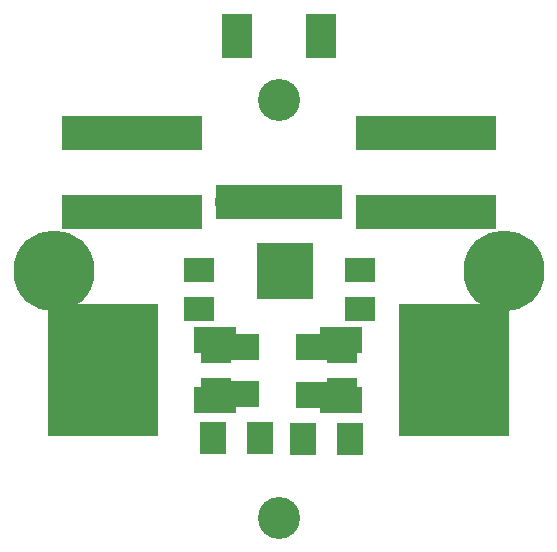
<source format=gts>
%FSLAX34Y34*%
G04 Gerber Fmt 3.4, Leading zero omitted, Abs format*
G04 (created by PCBNEW (2014-jan-25)-product) date Wed 23 Sep 2015 02:14:26 PM EDT*
%MOIN*%
G01*
G70*
G90*
G04 APERTURE LIST*
%ADD10C,0.005906*%
%ADD11R,0.370000X0.440000*%
%ADD12R,0.140000X0.090000*%
%ADD13C,0.140000*%
%ADD14R,0.100000X0.150000*%
%ADD15R,0.190000X0.190000*%
%ADD16C,0.055000*%
%ADD17C,0.270000*%
%ADD18R,0.465000X0.114000*%
%ADD19R,0.106600X0.090900*%
%ADD20R,0.100000X0.080000*%
%ADD21R,0.090900X0.106600*%
%ADD22R,0.420000X0.114000*%
G04 APERTURE END LIST*
G54D10*
G54D11*
X31730Y-22200D03*
G54D12*
X27980Y-21200D03*
X27980Y-23200D03*
G54D11*
X20025Y-22200D03*
G54D12*
X23775Y-23200D03*
X23775Y-21200D03*
G54D13*
X25905Y-13185D03*
G54D14*
X27320Y-11070D03*
X24500Y-11050D03*
G54D15*
X26100Y-18900D03*
G54D16*
X25450Y-19550D03*
X25450Y-18250D03*
X26750Y-18250D03*
X26750Y-19550D03*
G54D17*
X33400Y-18900D03*
X18400Y-18900D03*
G54D18*
X21000Y-14290D03*
X21000Y-16910D03*
G54D19*
X24700Y-21410D03*
X24700Y-22990D03*
X27000Y-23010D03*
X27000Y-21430D03*
G54D20*
X28600Y-18850D03*
X28600Y-20150D03*
G54D21*
X28290Y-24475D03*
X26710Y-24475D03*
X23710Y-24470D03*
X25290Y-24470D03*
G54D20*
X23800Y-22850D03*
X23800Y-21550D03*
X28000Y-21550D03*
X28000Y-22850D03*
X23250Y-18850D03*
X23250Y-20150D03*
G54D18*
X30800Y-14290D03*
X30800Y-16910D03*
G54D22*
X25900Y-16600D03*
G54D16*
X24900Y-16600D03*
X24050Y-16600D03*
X26900Y-16600D03*
X27750Y-16600D03*
G54D13*
X25905Y-27120D03*
M02*

</source>
